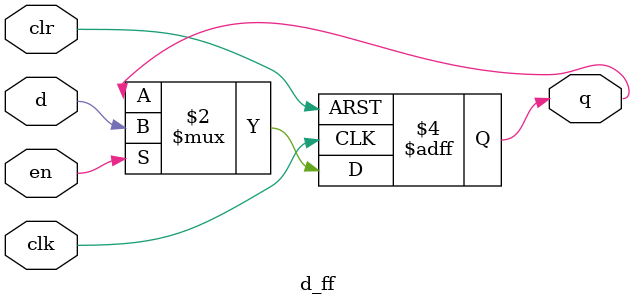
<source format=v>

module d_ff(
	input d, clk, clr, en,
	output reg q
);

always@(posedge clk, posedge clr)
begin
	if(clr)
		q <= 1'b0;
	else if(en)
		q <= d;
	
	// Se o enable tiver desativado, q mantém o dado anterior... 
end

endmodule 
</source>
